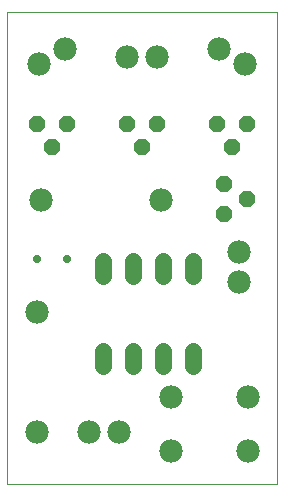
<source format=gts>
G75*
%MOIN*%
%OFA0B0*%
%FSLAX24Y24*%
%IPPOS*%
%LPD*%
%AMOC8*
5,1,8,0,0,1.08239X$1,22.5*
%
%ADD10C,0.0000*%
%ADD11C,0.0555*%
%ADD12C,0.0780*%
%ADD13OC8,0.0560*%
%ADD14C,0.0280*%
D10*
X002209Y000150D02*
X002209Y015898D01*
X011208Y015898D01*
X011208Y000150D01*
X002209Y000150D01*
D11*
X005428Y004081D02*
X005428Y004596D01*
X006428Y004596D02*
X006428Y004081D01*
X007428Y004081D02*
X007428Y004596D01*
X008428Y004596D02*
X008428Y004081D01*
X008428Y007081D02*
X008428Y007596D01*
X007428Y007596D02*
X007428Y007081D01*
X006428Y007081D02*
X006428Y007596D01*
X005428Y007596D02*
X005428Y007081D01*
D12*
X007367Y009619D03*
X009959Y007900D03*
X009959Y006900D03*
X010239Y003040D03*
X010239Y001260D03*
X007679Y001260D03*
X007679Y003040D03*
X005959Y001900D03*
X004959Y001900D03*
X003209Y001900D03*
X003209Y005900D03*
X003367Y009619D03*
X003276Y014150D03*
X004142Y014650D03*
X006209Y014400D03*
X007209Y014400D03*
X009276Y014650D03*
X010142Y014150D03*
D13*
X010209Y012150D03*
X009709Y011400D03*
X009209Y012150D03*
X009459Y010150D03*
X009459Y009150D03*
X010209Y009650D03*
X007209Y012150D03*
X006709Y011400D03*
X006209Y012150D03*
X004209Y012150D03*
X003709Y011400D03*
X003209Y012150D03*
D14*
X003209Y007650D03*
X004209Y007650D03*
M02*

</source>
